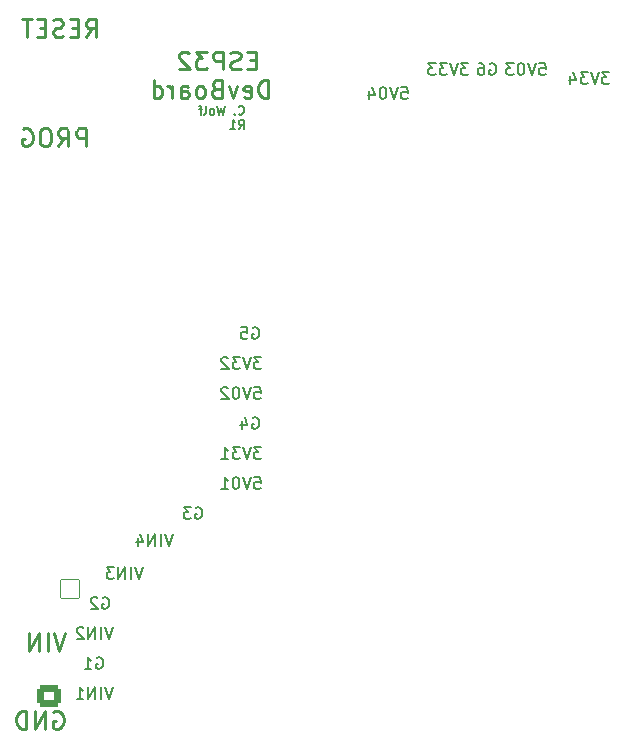
<source format=gbr>
%TF.GenerationSoftware,KiCad,Pcbnew,(6.0.1)*%
%TF.CreationDate,2023-01-01T21:05:58-08:00*%
%TF.ProjectId,ESP32 Protoboard - Small R1,45535033-3220-4507-926f-746f626f6172,rev?*%
%TF.SameCoordinates,Original*%
%TF.FileFunction,Legend,Bot*%
%TF.FilePolarity,Positive*%
%FSLAX46Y46*%
G04 Gerber Fmt 4.6, Leading zero omitted, Abs format (unit mm)*
G04 Created by KiCad (PCBNEW (6.0.1)) date 2023-01-01 21:05:58*
%MOMM*%
%LPD*%
G01*
G04 APERTURE LIST*
G04 Aperture macros list*
%AMRoundRect*
0 Rectangle with rounded corners*
0 $1 Rounding radius*
0 $2 $3 $4 $5 $6 $7 $8 $9 X,Y pos of 4 corners*
0 Add a 4 corners polygon primitive as box body*
4,1,4,$2,$3,$4,$5,$6,$7,$8,$9,$2,$3,0*
0 Add four circle primitives for the rounded corners*
1,1,$1+$1,$2,$3*
1,1,$1+$1,$4,$5*
1,1,$1+$1,$6,$7*
1,1,$1+$1,$8,$9*
0 Add four rect primitives between the rounded corners*
20,1,$1+$1,$2,$3,$4,$5,0*
20,1,$1+$1,$4,$5,$6,$7,0*
20,1,$1+$1,$6,$7,$8,$9,0*
20,1,$1+$1,$8,$9,$2,$3,0*%
G04 Aperture macros list end*
%ADD10C,0.150000*%
%ADD11C,0.250000*%
%ADD12C,0.900000*%
%ADD13C,5.100000*%
%ADD14RoundRect,0.050000X0.800000X0.800000X-0.800000X0.800000X-0.800000X-0.800000X0.800000X-0.800000X0*%
%ADD15C,1.700000*%
%ADD16C,1.100000*%
%ADD17C,1.300000*%
%ADD18RoundRect,0.300000X0.750000X-0.600000X0.750000X0.600000X-0.750000X0.600000X-0.750000X-0.600000X0*%
%ADD19O,2.100000X1.800000*%
%ADD20RoundRect,0.300000X0.725000X-0.600000X0.725000X0.600000X-0.725000X0.600000X-0.725000X-0.600000X0*%
%ADD21O,2.050000X1.800000*%
%ADD22C,1.600000*%
%ADD23C,2.100000*%
%ADD24RoundRect,0.050000X0.850000X-0.850000X0.850000X0.850000X-0.850000X0.850000X-0.850000X-0.850000X0*%
%ADD25O,1.800000X1.800000*%
%ADD26C,1.900000*%
G04 APERTURE END LIST*
D10*
X19361357Y-16936107D02*
X19397071Y-16971821D01*
X19504214Y-17007535D01*
X19575642Y-17007535D01*
X19682785Y-16971821D01*
X19754214Y-16900392D01*
X19789928Y-16828964D01*
X19825642Y-16686107D01*
X19825642Y-16578964D01*
X19789928Y-16436107D01*
X19754214Y-16364678D01*
X19682785Y-16293250D01*
X19575642Y-16257535D01*
X19504214Y-16257535D01*
X19397071Y-16293250D01*
X19361357Y-16328964D01*
X19039928Y-16936107D02*
X19004214Y-16971821D01*
X19039928Y-17007535D01*
X19075642Y-16971821D01*
X19039928Y-16936107D01*
X19039928Y-17007535D01*
X18182785Y-16257535D02*
X18004214Y-17007535D01*
X17861357Y-16471821D01*
X17718500Y-17007535D01*
X17539928Y-16257535D01*
X17147071Y-17007535D02*
X17218500Y-16971821D01*
X17254214Y-16936107D01*
X17289928Y-16864678D01*
X17289928Y-16650392D01*
X17254214Y-16578964D01*
X17218500Y-16543250D01*
X17147071Y-16507535D01*
X17039928Y-16507535D01*
X16968500Y-16543250D01*
X16932785Y-16578964D01*
X16897071Y-16650392D01*
X16897071Y-16864678D01*
X16932785Y-16936107D01*
X16968500Y-16971821D01*
X17039928Y-17007535D01*
X17147071Y-17007535D01*
X16468500Y-17007535D02*
X16539928Y-16971821D01*
X16575642Y-16900392D01*
X16575642Y-16257535D01*
X16289928Y-16507535D02*
X16004214Y-16507535D01*
X16182785Y-17007535D02*
X16182785Y-16364678D01*
X16147071Y-16293250D01*
X16075642Y-16257535D01*
X16004214Y-16257535D01*
X19361357Y-18215035D02*
X19611357Y-17857892D01*
X19789928Y-18215035D02*
X19789928Y-17465035D01*
X19504214Y-17465035D01*
X19432785Y-17500750D01*
X19397071Y-17536464D01*
X19361357Y-17607892D01*
X19361357Y-17715035D01*
X19397071Y-17786464D01*
X19432785Y-17822178D01*
X19504214Y-17857892D01*
X19789928Y-17857892D01*
X18647071Y-18215035D02*
X19075642Y-18215035D01*
X18861357Y-18215035D02*
X18861357Y-17465035D01*
X18932785Y-17572178D01*
X19004214Y-17643607D01*
X19075642Y-17679321D01*
D11*
X20803714Y-12401357D02*
X20303714Y-12401357D01*
X20089428Y-13187071D02*
X20803714Y-13187071D01*
X20803714Y-11687071D01*
X20089428Y-11687071D01*
X19518000Y-13115642D02*
X19303714Y-13187071D01*
X18946571Y-13187071D01*
X18803714Y-13115642D01*
X18732285Y-13044214D01*
X18660857Y-12901357D01*
X18660857Y-12758500D01*
X18732285Y-12615642D01*
X18803714Y-12544214D01*
X18946571Y-12472785D01*
X19232285Y-12401357D01*
X19375142Y-12329928D01*
X19446571Y-12258500D01*
X19518000Y-12115642D01*
X19518000Y-11972785D01*
X19446571Y-11829928D01*
X19375142Y-11758500D01*
X19232285Y-11687071D01*
X18875142Y-11687071D01*
X18660857Y-11758500D01*
X18018000Y-13187071D02*
X18018000Y-11687071D01*
X17446571Y-11687071D01*
X17303714Y-11758500D01*
X17232285Y-11829928D01*
X17160857Y-11972785D01*
X17160857Y-12187071D01*
X17232285Y-12329928D01*
X17303714Y-12401357D01*
X17446571Y-12472785D01*
X18018000Y-12472785D01*
X16660857Y-11687071D02*
X15732285Y-11687071D01*
X16232285Y-12258500D01*
X16018000Y-12258500D01*
X15875142Y-12329928D01*
X15803714Y-12401357D01*
X15732285Y-12544214D01*
X15732285Y-12901357D01*
X15803714Y-13044214D01*
X15875142Y-13115642D01*
X16018000Y-13187071D01*
X16446571Y-13187071D01*
X16589428Y-13115642D01*
X16660857Y-13044214D01*
X15160857Y-11829928D02*
X15089428Y-11758500D01*
X14946571Y-11687071D01*
X14589428Y-11687071D01*
X14446571Y-11758500D01*
X14375142Y-11829928D01*
X14303714Y-11972785D01*
X14303714Y-12115642D01*
X14375142Y-12329928D01*
X15232285Y-13187071D01*
X14303714Y-13187071D01*
X21875142Y-15602071D02*
X21875142Y-14102071D01*
X21518000Y-14102071D01*
X21303714Y-14173500D01*
X21160857Y-14316357D01*
X21089428Y-14459214D01*
X21018000Y-14744928D01*
X21018000Y-14959214D01*
X21089428Y-15244928D01*
X21160857Y-15387785D01*
X21303714Y-15530642D01*
X21518000Y-15602071D01*
X21875142Y-15602071D01*
X19803714Y-15530642D02*
X19946571Y-15602071D01*
X20232285Y-15602071D01*
X20375142Y-15530642D01*
X20446571Y-15387785D01*
X20446571Y-14816357D01*
X20375142Y-14673500D01*
X20232285Y-14602071D01*
X19946571Y-14602071D01*
X19803714Y-14673500D01*
X19732285Y-14816357D01*
X19732285Y-14959214D01*
X20446571Y-15102071D01*
X19232285Y-14602071D02*
X18875142Y-15602071D01*
X18518000Y-14602071D01*
X17446571Y-14816357D02*
X17232285Y-14887785D01*
X17160857Y-14959214D01*
X17089428Y-15102071D01*
X17089428Y-15316357D01*
X17160857Y-15459214D01*
X17232285Y-15530642D01*
X17375142Y-15602071D01*
X17946571Y-15602071D01*
X17946571Y-14102071D01*
X17446571Y-14102071D01*
X17303714Y-14173500D01*
X17232285Y-14244928D01*
X17160857Y-14387785D01*
X17160857Y-14530642D01*
X17232285Y-14673500D01*
X17303714Y-14744928D01*
X17446571Y-14816357D01*
X17946571Y-14816357D01*
X16232285Y-15602071D02*
X16375142Y-15530642D01*
X16446571Y-15459214D01*
X16518000Y-15316357D01*
X16518000Y-14887785D01*
X16446571Y-14744928D01*
X16375142Y-14673500D01*
X16232285Y-14602071D01*
X16018000Y-14602071D01*
X15875142Y-14673500D01*
X15803714Y-14744928D01*
X15732285Y-14887785D01*
X15732285Y-15316357D01*
X15803714Y-15459214D01*
X15875142Y-15530642D01*
X16018000Y-15602071D01*
X16232285Y-15602071D01*
X14446571Y-15602071D02*
X14446571Y-14816357D01*
X14518000Y-14673500D01*
X14660857Y-14602071D01*
X14946571Y-14602071D01*
X15089428Y-14673500D01*
X14446571Y-15530642D02*
X14589428Y-15602071D01*
X14946571Y-15602071D01*
X15089428Y-15530642D01*
X15160857Y-15387785D01*
X15160857Y-15244928D01*
X15089428Y-15102071D01*
X14946571Y-15030642D01*
X14589428Y-15030642D01*
X14446571Y-14959214D01*
X13732285Y-15602071D02*
X13732285Y-14602071D01*
X13732285Y-14887785D02*
X13660857Y-14744928D01*
X13589428Y-14673500D01*
X13446571Y-14602071D01*
X13303714Y-14602071D01*
X12160857Y-15602071D02*
X12160857Y-14102071D01*
X12160857Y-15530642D02*
X12303714Y-15602071D01*
X12589428Y-15602071D01*
X12732285Y-15530642D01*
X12803714Y-15459214D01*
X12875142Y-15316357D01*
X12875142Y-14887785D01*
X12803714Y-14744928D01*
X12732285Y-14673500D01*
X12589428Y-14602071D01*
X12303714Y-14602071D01*
X12160857Y-14673500D01*
X6428571Y-10428571D02*
X6928571Y-9714285D01*
X7285714Y-10428571D02*
X7285714Y-8928571D01*
X6714285Y-8928571D01*
X6571428Y-9000000D01*
X6500000Y-9071428D01*
X6428571Y-9214285D01*
X6428571Y-9428571D01*
X6500000Y-9571428D01*
X6571428Y-9642857D01*
X6714285Y-9714285D01*
X7285714Y-9714285D01*
X5785714Y-9642857D02*
X5285714Y-9642857D01*
X5071428Y-10428571D02*
X5785714Y-10428571D01*
X5785714Y-8928571D01*
X5071428Y-8928571D01*
X4500000Y-10357142D02*
X4285714Y-10428571D01*
X3928571Y-10428571D01*
X3785714Y-10357142D01*
X3714285Y-10285714D01*
X3642857Y-10142857D01*
X3642857Y-10000000D01*
X3714285Y-9857142D01*
X3785714Y-9785714D01*
X3928571Y-9714285D01*
X4214285Y-9642857D01*
X4357142Y-9571428D01*
X4428571Y-9500000D01*
X4500000Y-9357142D01*
X4500000Y-9214285D01*
X4428571Y-9071428D01*
X4357142Y-9000000D01*
X4214285Y-8928571D01*
X3857142Y-8928571D01*
X3642857Y-9000000D01*
X3000000Y-9642857D02*
X2500000Y-9642857D01*
X2285714Y-10428571D02*
X3000000Y-10428571D01*
X3000000Y-8928571D01*
X2285714Y-8928571D01*
X1857142Y-8928571D02*
X1000000Y-8928571D01*
X1428571Y-10428571D02*
X1428571Y-8928571D01*
X6428571Y-19678571D02*
X6428571Y-18178571D01*
X5857142Y-18178571D01*
X5714285Y-18250000D01*
X5642857Y-18321428D01*
X5571428Y-18464285D01*
X5571428Y-18678571D01*
X5642857Y-18821428D01*
X5714285Y-18892857D01*
X5857142Y-18964285D01*
X6428571Y-18964285D01*
X4071428Y-19678571D02*
X4571428Y-18964285D01*
X4928571Y-19678571D02*
X4928571Y-18178571D01*
X4357142Y-18178571D01*
X4214285Y-18250000D01*
X4142857Y-18321428D01*
X4071428Y-18464285D01*
X4071428Y-18678571D01*
X4142857Y-18821428D01*
X4214285Y-18892857D01*
X4357142Y-18964285D01*
X4928571Y-18964285D01*
X3142857Y-18178571D02*
X2857142Y-18178571D01*
X2714285Y-18250000D01*
X2571428Y-18392857D01*
X2500000Y-18678571D01*
X2500000Y-19178571D01*
X2571428Y-19464285D01*
X2714285Y-19607142D01*
X2857142Y-19678571D01*
X3142857Y-19678571D01*
X3285714Y-19607142D01*
X3428571Y-19464285D01*
X3500000Y-19178571D01*
X3500000Y-18678571D01*
X3428571Y-18392857D01*
X3285714Y-18250000D01*
X3142857Y-18178571D01*
X1071428Y-18250000D02*
X1214285Y-18178571D01*
X1428571Y-18178571D01*
X1642857Y-18250000D01*
X1785714Y-18392857D01*
X1857142Y-18535714D01*
X1928571Y-18821428D01*
X1928571Y-19035714D01*
X1857142Y-19321428D01*
X1785714Y-19464285D01*
X1642857Y-19607142D01*
X1428571Y-19678571D01*
X1285714Y-19678571D01*
X1071428Y-19607142D01*
X1000000Y-19535714D01*
X1000000Y-19035714D01*
X1285714Y-19035714D01*
X3682857Y-67576000D02*
X3825714Y-67504571D01*
X4040000Y-67504571D01*
X4254285Y-67576000D01*
X4397142Y-67718857D01*
X4468571Y-67861714D01*
X4540000Y-68147428D01*
X4540000Y-68361714D01*
X4468571Y-68647428D01*
X4397142Y-68790285D01*
X4254285Y-68933142D01*
X4040000Y-69004571D01*
X3897142Y-69004571D01*
X3682857Y-68933142D01*
X3611428Y-68861714D01*
X3611428Y-68361714D01*
X3897142Y-68361714D01*
X2968571Y-69004571D02*
X2968571Y-67504571D01*
X2111428Y-69004571D01*
X2111428Y-67504571D01*
X1397142Y-69004571D02*
X1397142Y-67504571D01*
X1040000Y-67504571D01*
X825714Y-67576000D01*
X682857Y-67718857D01*
X611428Y-67861714D01*
X540000Y-68147428D01*
X540000Y-68361714D01*
X611428Y-68647428D01*
X682857Y-68790285D01*
X825714Y-68933142D01*
X1040000Y-69004571D01*
X1397142Y-69004571D01*
X4690857Y-60900571D02*
X4190857Y-62400571D01*
X3690857Y-60900571D01*
X3190857Y-62400571D02*
X3190857Y-60900571D01*
X2476571Y-62400571D02*
X2476571Y-60900571D01*
X1619428Y-62400571D01*
X1619428Y-60900571D01*
D10*
%TO.C,VIN1*%
X8683428Y-65492380D02*
X8350095Y-66492380D01*
X8016761Y-65492380D01*
X7683428Y-66492380D02*
X7683428Y-65492380D01*
X7207238Y-66492380D02*
X7207238Y-65492380D01*
X6635809Y-66492380D01*
X6635809Y-65492380D01*
X5635809Y-66492380D02*
X6207238Y-66492380D01*
X5921523Y-66492380D02*
X5921523Y-65492380D01*
X6016761Y-65635238D01*
X6112000Y-65730476D01*
X6207238Y-65778095D01*
%TO.C,VIN4*%
X13763428Y-52538380D02*
X13430095Y-53538380D01*
X13096761Y-52538380D01*
X12763428Y-53538380D02*
X12763428Y-52538380D01*
X12287238Y-53538380D02*
X12287238Y-52538380D01*
X11715809Y-53538380D01*
X11715809Y-52538380D01*
X10811047Y-52871714D02*
X10811047Y-53538380D01*
X11049142Y-52490761D02*
X11287238Y-53205047D01*
X10668190Y-53205047D01*
%TO.C,VIN2*%
X8683428Y-60412380D02*
X8350095Y-61412380D01*
X8016761Y-60412380D01*
X7683428Y-61412380D02*
X7683428Y-60412380D01*
X7207238Y-61412380D02*
X7207238Y-60412380D01*
X6635809Y-61412380D01*
X6635809Y-60412380D01*
X6207238Y-60507619D02*
X6159619Y-60460000D01*
X6064380Y-60412380D01*
X5826285Y-60412380D01*
X5731047Y-60460000D01*
X5683428Y-60507619D01*
X5635809Y-60602857D01*
X5635809Y-60698095D01*
X5683428Y-60840952D01*
X6254857Y-61412380D01*
X5635809Y-61412380D01*
%TO.C,5V03*%
X44830857Y-12660380D02*
X45307047Y-12660380D01*
X45354666Y-13136571D01*
X45307047Y-13088952D01*
X45211809Y-13041333D01*
X44973714Y-13041333D01*
X44878476Y-13088952D01*
X44830857Y-13136571D01*
X44783238Y-13231809D01*
X44783238Y-13469904D01*
X44830857Y-13565142D01*
X44878476Y-13612761D01*
X44973714Y-13660380D01*
X45211809Y-13660380D01*
X45307047Y-13612761D01*
X45354666Y-13565142D01*
X44497523Y-12660380D02*
X44164190Y-13660380D01*
X43830857Y-12660380D01*
X43307047Y-12660380D02*
X43211809Y-12660380D01*
X43116571Y-12708000D01*
X43068952Y-12755619D01*
X43021333Y-12850857D01*
X42973714Y-13041333D01*
X42973714Y-13279428D01*
X43021333Y-13469904D01*
X43068952Y-13565142D01*
X43116571Y-13612761D01*
X43211809Y-13660380D01*
X43307047Y-13660380D01*
X43402285Y-13612761D01*
X43449904Y-13565142D01*
X43497523Y-13469904D01*
X43545142Y-13279428D01*
X43545142Y-13041333D01*
X43497523Y-12850857D01*
X43449904Y-12755619D01*
X43402285Y-12708000D01*
X43307047Y-12660380D01*
X42640380Y-12660380D02*
X42021333Y-12660380D01*
X42354666Y-13041333D01*
X42211809Y-13041333D01*
X42116571Y-13088952D01*
X42068952Y-13136571D01*
X42021333Y-13231809D01*
X42021333Y-13469904D01*
X42068952Y-13565142D01*
X42116571Y-13612761D01*
X42211809Y-13660380D01*
X42497523Y-13660380D01*
X42592761Y-13612761D01*
X42640380Y-13565142D01*
%TO.C,5V04*%
X33146857Y-14692380D02*
X33623047Y-14692380D01*
X33670666Y-15168571D01*
X33623047Y-15120952D01*
X33527809Y-15073333D01*
X33289714Y-15073333D01*
X33194476Y-15120952D01*
X33146857Y-15168571D01*
X33099238Y-15263809D01*
X33099238Y-15501904D01*
X33146857Y-15597142D01*
X33194476Y-15644761D01*
X33289714Y-15692380D01*
X33527809Y-15692380D01*
X33623047Y-15644761D01*
X33670666Y-15597142D01*
X32813523Y-14692380D02*
X32480190Y-15692380D01*
X32146857Y-14692380D01*
X31623047Y-14692380D02*
X31527809Y-14692380D01*
X31432571Y-14740000D01*
X31384952Y-14787619D01*
X31337333Y-14882857D01*
X31289714Y-15073333D01*
X31289714Y-15311428D01*
X31337333Y-15501904D01*
X31384952Y-15597142D01*
X31432571Y-15644761D01*
X31527809Y-15692380D01*
X31623047Y-15692380D01*
X31718285Y-15644761D01*
X31765904Y-15597142D01*
X31813523Y-15501904D01*
X31861142Y-15311428D01*
X31861142Y-15073333D01*
X31813523Y-14882857D01*
X31765904Y-14787619D01*
X31718285Y-14740000D01*
X31623047Y-14692380D01*
X30432571Y-15025714D02*
X30432571Y-15692380D01*
X30670666Y-14644761D02*
X30908761Y-15359047D01*
X30289714Y-15359047D01*
%TO.C,3V34*%
X50736285Y-13422380D02*
X50117238Y-13422380D01*
X50450571Y-13803333D01*
X50307714Y-13803333D01*
X50212476Y-13850952D01*
X50164857Y-13898571D01*
X50117238Y-13993809D01*
X50117238Y-14231904D01*
X50164857Y-14327142D01*
X50212476Y-14374761D01*
X50307714Y-14422380D01*
X50593428Y-14422380D01*
X50688666Y-14374761D01*
X50736285Y-14327142D01*
X49831523Y-13422380D02*
X49498190Y-14422380D01*
X49164857Y-13422380D01*
X48926761Y-13422380D02*
X48307714Y-13422380D01*
X48641047Y-13803333D01*
X48498190Y-13803333D01*
X48402952Y-13850952D01*
X48355333Y-13898571D01*
X48307714Y-13993809D01*
X48307714Y-14231904D01*
X48355333Y-14327142D01*
X48402952Y-14374761D01*
X48498190Y-14422380D01*
X48783904Y-14422380D01*
X48879142Y-14374761D01*
X48926761Y-14327142D01*
X47450571Y-13755714D02*
X47450571Y-14422380D01*
X47688666Y-13374761D02*
X47926761Y-14089047D01*
X47307714Y-14089047D01*
%TO.C,5V02*%
X20700857Y-40092380D02*
X21177047Y-40092380D01*
X21224666Y-40568571D01*
X21177047Y-40520952D01*
X21081809Y-40473333D01*
X20843714Y-40473333D01*
X20748476Y-40520952D01*
X20700857Y-40568571D01*
X20653238Y-40663809D01*
X20653238Y-40901904D01*
X20700857Y-40997142D01*
X20748476Y-41044761D01*
X20843714Y-41092380D01*
X21081809Y-41092380D01*
X21177047Y-41044761D01*
X21224666Y-40997142D01*
X20367523Y-40092380D02*
X20034190Y-41092380D01*
X19700857Y-40092380D01*
X19177047Y-40092380D02*
X19081809Y-40092380D01*
X18986571Y-40140000D01*
X18938952Y-40187619D01*
X18891333Y-40282857D01*
X18843714Y-40473333D01*
X18843714Y-40711428D01*
X18891333Y-40901904D01*
X18938952Y-40997142D01*
X18986571Y-41044761D01*
X19081809Y-41092380D01*
X19177047Y-41092380D01*
X19272285Y-41044761D01*
X19319904Y-40997142D01*
X19367523Y-40901904D01*
X19415142Y-40711428D01*
X19415142Y-40473333D01*
X19367523Y-40282857D01*
X19319904Y-40187619D01*
X19272285Y-40140000D01*
X19177047Y-40092380D01*
X18462761Y-40187619D02*
X18415142Y-40140000D01*
X18319904Y-40092380D01*
X18081809Y-40092380D01*
X17986571Y-40140000D01*
X17938952Y-40187619D01*
X17891333Y-40282857D01*
X17891333Y-40378095D01*
X17938952Y-40520952D01*
X18510380Y-41092380D01*
X17891333Y-41092380D01*
%TO.C,G3*%
X15708285Y-50300000D02*
X15803523Y-50252380D01*
X15946380Y-50252380D01*
X16089238Y-50300000D01*
X16184476Y-50395238D01*
X16232095Y-50490476D01*
X16279714Y-50680952D01*
X16279714Y-50823809D01*
X16232095Y-51014285D01*
X16184476Y-51109523D01*
X16089238Y-51204761D01*
X15946380Y-51252380D01*
X15851142Y-51252380D01*
X15708285Y-51204761D01*
X15660666Y-51157142D01*
X15660666Y-50823809D01*
X15851142Y-50823809D01*
X15327333Y-50252380D02*
X14708285Y-50252380D01*
X15041619Y-50633333D01*
X14898761Y-50633333D01*
X14803523Y-50680952D01*
X14755904Y-50728571D01*
X14708285Y-50823809D01*
X14708285Y-51061904D01*
X14755904Y-51157142D01*
X14803523Y-51204761D01*
X14898761Y-51252380D01*
X15184476Y-51252380D01*
X15279714Y-51204761D01*
X15327333Y-51157142D01*
%TO.C,G5*%
X20534285Y-35060000D02*
X20629523Y-35012380D01*
X20772380Y-35012380D01*
X20915238Y-35060000D01*
X21010476Y-35155238D01*
X21058095Y-35250476D01*
X21105714Y-35440952D01*
X21105714Y-35583809D01*
X21058095Y-35774285D01*
X21010476Y-35869523D01*
X20915238Y-35964761D01*
X20772380Y-36012380D01*
X20677142Y-36012380D01*
X20534285Y-35964761D01*
X20486666Y-35917142D01*
X20486666Y-35583809D01*
X20677142Y-35583809D01*
X19581904Y-35012380D02*
X20058095Y-35012380D01*
X20105714Y-35488571D01*
X20058095Y-35440952D01*
X19962857Y-35393333D01*
X19724761Y-35393333D01*
X19629523Y-35440952D01*
X19581904Y-35488571D01*
X19534285Y-35583809D01*
X19534285Y-35821904D01*
X19581904Y-35917142D01*
X19629523Y-35964761D01*
X19724761Y-36012380D01*
X19962857Y-36012380D01*
X20058095Y-35964761D01*
X20105714Y-35917142D01*
%TO.C,G4*%
X20534285Y-42680000D02*
X20629523Y-42632380D01*
X20772380Y-42632380D01*
X20915238Y-42680000D01*
X21010476Y-42775238D01*
X21058095Y-42870476D01*
X21105714Y-43060952D01*
X21105714Y-43203809D01*
X21058095Y-43394285D01*
X21010476Y-43489523D01*
X20915238Y-43584761D01*
X20772380Y-43632380D01*
X20677142Y-43632380D01*
X20534285Y-43584761D01*
X20486666Y-43537142D01*
X20486666Y-43203809D01*
X20677142Y-43203809D01*
X19629523Y-42965714D02*
X19629523Y-43632380D01*
X19867619Y-42584761D02*
X20105714Y-43299047D01*
X19486666Y-43299047D01*
%TO.C,VIN3*%
X11223428Y-55332380D02*
X10890095Y-56332380D01*
X10556761Y-55332380D01*
X10223428Y-56332380D02*
X10223428Y-55332380D01*
X9747238Y-56332380D02*
X9747238Y-55332380D01*
X9175809Y-56332380D01*
X9175809Y-55332380D01*
X8794857Y-55332380D02*
X8175809Y-55332380D01*
X8509142Y-55713333D01*
X8366285Y-55713333D01*
X8271047Y-55760952D01*
X8223428Y-55808571D01*
X8175809Y-55903809D01*
X8175809Y-56141904D01*
X8223428Y-56237142D01*
X8271047Y-56284761D01*
X8366285Y-56332380D01*
X8652000Y-56332380D01*
X8747238Y-56284761D01*
X8794857Y-56237142D01*
%TO.C,G1*%
X7326285Y-63000000D02*
X7421523Y-62952380D01*
X7564380Y-62952380D01*
X7707238Y-63000000D01*
X7802476Y-63095238D01*
X7850095Y-63190476D01*
X7897714Y-63380952D01*
X7897714Y-63523809D01*
X7850095Y-63714285D01*
X7802476Y-63809523D01*
X7707238Y-63904761D01*
X7564380Y-63952380D01*
X7469142Y-63952380D01*
X7326285Y-63904761D01*
X7278666Y-63857142D01*
X7278666Y-63523809D01*
X7469142Y-63523809D01*
X6326285Y-63952380D02*
X6897714Y-63952380D01*
X6612000Y-63952380D02*
X6612000Y-62952380D01*
X6707238Y-63095238D01*
X6802476Y-63190476D01*
X6897714Y-63238095D01*
%TO.C,3V32*%
X21272285Y-37552380D02*
X20653238Y-37552380D01*
X20986571Y-37933333D01*
X20843714Y-37933333D01*
X20748476Y-37980952D01*
X20700857Y-38028571D01*
X20653238Y-38123809D01*
X20653238Y-38361904D01*
X20700857Y-38457142D01*
X20748476Y-38504761D01*
X20843714Y-38552380D01*
X21129428Y-38552380D01*
X21224666Y-38504761D01*
X21272285Y-38457142D01*
X20367523Y-37552380D02*
X20034190Y-38552380D01*
X19700857Y-37552380D01*
X19462761Y-37552380D02*
X18843714Y-37552380D01*
X19177047Y-37933333D01*
X19034190Y-37933333D01*
X18938952Y-37980952D01*
X18891333Y-38028571D01*
X18843714Y-38123809D01*
X18843714Y-38361904D01*
X18891333Y-38457142D01*
X18938952Y-38504761D01*
X19034190Y-38552380D01*
X19319904Y-38552380D01*
X19415142Y-38504761D01*
X19462761Y-38457142D01*
X18462761Y-37647619D02*
X18415142Y-37600000D01*
X18319904Y-37552380D01*
X18081809Y-37552380D01*
X17986571Y-37600000D01*
X17938952Y-37647619D01*
X17891333Y-37742857D01*
X17891333Y-37838095D01*
X17938952Y-37980952D01*
X18510380Y-38552380D01*
X17891333Y-38552380D01*
%TO.C,G6*%
X40600285Y-12708000D02*
X40695523Y-12660380D01*
X40838380Y-12660380D01*
X40981238Y-12708000D01*
X41076476Y-12803238D01*
X41124095Y-12898476D01*
X41171714Y-13088952D01*
X41171714Y-13231809D01*
X41124095Y-13422285D01*
X41076476Y-13517523D01*
X40981238Y-13612761D01*
X40838380Y-13660380D01*
X40743142Y-13660380D01*
X40600285Y-13612761D01*
X40552666Y-13565142D01*
X40552666Y-13231809D01*
X40743142Y-13231809D01*
X39695523Y-12660380D02*
X39886000Y-12660380D01*
X39981238Y-12708000D01*
X40028857Y-12755619D01*
X40124095Y-12898476D01*
X40171714Y-13088952D01*
X40171714Y-13469904D01*
X40124095Y-13565142D01*
X40076476Y-13612761D01*
X39981238Y-13660380D01*
X39790761Y-13660380D01*
X39695523Y-13612761D01*
X39647904Y-13565142D01*
X39600285Y-13469904D01*
X39600285Y-13231809D01*
X39647904Y-13136571D01*
X39695523Y-13088952D01*
X39790761Y-13041333D01*
X39981238Y-13041333D01*
X40076476Y-13088952D01*
X40124095Y-13136571D01*
X40171714Y-13231809D01*
%TO.C,G2*%
X7834285Y-57920000D02*
X7929523Y-57872380D01*
X8072380Y-57872380D01*
X8215238Y-57920000D01*
X8310476Y-58015238D01*
X8358095Y-58110476D01*
X8405714Y-58300952D01*
X8405714Y-58443809D01*
X8358095Y-58634285D01*
X8310476Y-58729523D01*
X8215238Y-58824761D01*
X8072380Y-58872380D01*
X7977142Y-58872380D01*
X7834285Y-58824761D01*
X7786666Y-58777142D01*
X7786666Y-58443809D01*
X7977142Y-58443809D01*
X7405714Y-57967619D02*
X7358095Y-57920000D01*
X7262857Y-57872380D01*
X7024761Y-57872380D01*
X6929523Y-57920000D01*
X6881904Y-57967619D01*
X6834285Y-58062857D01*
X6834285Y-58158095D01*
X6881904Y-58300952D01*
X7453333Y-58872380D01*
X6834285Y-58872380D01*
%TO.C,3V31*%
X21272285Y-45172380D02*
X20653238Y-45172380D01*
X20986571Y-45553333D01*
X20843714Y-45553333D01*
X20748476Y-45600952D01*
X20700857Y-45648571D01*
X20653238Y-45743809D01*
X20653238Y-45981904D01*
X20700857Y-46077142D01*
X20748476Y-46124761D01*
X20843714Y-46172380D01*
X21129428Y-46172380D01*
X21224666Y-46124761D01*
X21272285Y-46077142D01*
X20367523Y-45172380D02*
X20034190Y-46172380D01*
X19700857Y-45172380D01*
X19462761Y-45172380D02*
X18843714Y-45172380D01*
X19177047Y-45553333D01*
X19034190Y-45553333D01*
X18938952Y-45600952D01*
X18891333Y-45648571D01*
X18843714Y-45743809D01*
X18843714Y-45981904D01*
X18891333Y-46077142D01*
X18938952Y-46124761D01*
X19034190Y-46172380D01*
X19319904Y-46172380D01*
X19415142Y-46124761D01*
X19462761Y-46077142D01*
X17891333Y-46172380D02*
X18462761Y-46172380D01*
X18177047Y-46172380D02*
X18177047Y-45172380D01*
X18272285Y-45315238D01*
X18367523Y-45410476D01*
X18462761Y-45458095D01*
%TO.C,3V33*%
X38798285Y-12660380D02*
X38179238Y-12660380D01*
X38512571Y-13041333D01*
X38369714Y-13041333D01*
X38274476Y-13088952D01*
X38226857Y-13136571D01*
X38179238Y-13231809D01*
X38179238Y-13469904D01*
X38226857Y-13565142D01*
X38274476Y-13612761D01*
X38369714Y-13660380D01*
X38655428Y-13660380D01*
X38750666Y-13612761D01*
X38798285Y-13565142D01*
X37893523Y-12660380D02*
X37560190Y-13660380D01*
X37226857Y-12660380D01*
X36988761Y-12660380D02*
X36369714Y-12660380D01*
X36703047Y-13041333D01*
X36560190Y-13041333D01*
X36464952Y-13088952D01*
X36417333Y-13136571D01*
X36369714Y-13231809D01*
X36369714Y-13469904D01*
X36417333Y-13565142D01*
X36464952Y-13612761D01*
X36560190Y-13660380D01*
X36845904Y-13660380D01*
X36941142Y-13612761D01*
X36988761Y-13565142D01*
X36036380Y-12660380D02*
X35417333Y-12660380D01*
X35750666Y-13041333D01*
X35607809Y-13041333D01*
X35512571Y-13088952D01*
X35464952Y-13136571D01*
X35417333Y-13231809D01*
X35417333Y-13469904D01*
X35464952Y-13565142D01*
X35512571Y-13612761D01*
X35607809Y-13660380D01*
X35893523Y-13660380D01*
X35988761Y-13612761D01*
X36036380Y-13565142D01*
%TO.C,5V01*%
X20700857Y-47712380D02*
X21177047Y-47712380D01*
X21224666Y-48188571D01*
X21177047Y-48140952D01*
X21081809Y-48093333D01*
X20843714Y-48093333D01*
X20748476Y-48140952D01*
X20700857Y-48188571D01*
X20653238Y-48283809D01*
X20653238Y-48521904D01*
X20700857Y-48617142D01*
X20748476Y-48664761D01*
X20843714Y-48712380D01*
X21081809Y-48712380D01*
X21177047Y-48664761D01*
X21224666Y-48617142D01*
X20367523Y-47712380D02*
X20034190Y-48712380D01*
X19700857Y-47712380D01*
X19177047Y-47712380D02*
X19081809Y-47712380D01*
X18986571Y-47760000D01*
X18938952Y-47807619D01*
X18891333Y-47902857D01*
X18843714Y-48093333D01*
X18843714Y-48331428D01*
X18891333Y-48521904D01*
X18938952Y-48617142D01*
X18986571Y-48664761D01*
X19081809Y-48712380D01*
X19177047Y-48712380D01*
X19272285Y-48664761D01*
X19319904Y-48617142D01*
X19367523Y-48521904D01*
X19415142Y-48331428D01*
X19415142Y-48093333D01*
X19367523Y-47902857D01*
X19319904Y-47807619D01*
X19272285Y-47760000D01*
X19177047Y-47712380D01*
X17891333Y-48712380D02*
X18462761Y-48712380D01*
X18177047Y-48712380D02*
X18177047Y-47712380D01*
X18272285Y-47855238D01*
X18367523Y-47950476D01*
X18462761Y-47998095D01*
%TD*%
%LPC*%
D12*
%TO.C,H4*%
X55674175Y-73325825D03*
X55125000Y-72000000D03*
X55674175Y-70674175D03*
D13*
X57000000Y-72000000D03*
D12*
X58875000Y-72000000D03*
X58325825Y-73325825D03*
X58325825Y-70674175D03*
X57000000Y-70125000D03*
X57000000Y-73875000D03*
%TD*%
%TO.C,H3*%
X57000000Y-1125000D03*
X55674175Y-4325825D03*
D13*
X57000000Y-3000000D03*
D12*
X58325825Y-4325825D03*
X57000000Y-4875000D03*
X55674175Y-1674175D03*
X55125000Y-3000000D03*
X58325825Y-1674175D03*
X58875000Y-3000000D03*
%TD*%
D14*
%TO.C,C1*%
X5080000Y-57150000D03*
D15*
X2580000Y-57150000D03*
%TD*%
D12*
%TO.C,H2*%
X3000000Y-70125000D03*
D13*
X3000000Y-72000000D03*
D12*
X3000000Y-73875000D03*
X4875000Y-72000000D03*
X4325825Y-70674175D03*
X1125000Y-72000000D03*
X1674175Y-73325825D03*
X4325825Y-73325825D03*
X1674175Y-70674175D03*
%TD*%
%TO.C,H1*%
X4325825Y-4325825D03*
X3000000Y-1125000D03*
X4325825Y-1674175D03*
X1674175Y-1674175D03*
D13*
X3000000Y-3000000D03*
D12*
X4875000Y-3000000D03*
X1674175Y-4325825D03*
X1125000Y-3000000D03*
X3000000Y-4875000D03*
%TD*%
D16*
%TO.C,TP1*%
X48895000Y-5715000D03*
%TD*%
%TO.C,TP2*%
X46355000Y-5715000D03*
%TD*%
%TO.C,TP3*%
X41275000Y-5715000D03*
%TD*%
%TO.C,TP4*%
X38735000Y-5715000D03*
%TD*%
D17*
%TO.C,J1*%
X5268000Y-67854000D03*
D18*
X3268000Y-66254000D03*
D19*
X3268000Y-63754000D03*
%TD*%
D17*
%TO.C,J8*%
X57990000Y-21205000D03*
D20*
X55990000Y-19605000D03*
D21*
X55990000Y-17105000D03*
X55990000Y-14605000D03*
X55990000Y-12105000D03*
X55990000Y-9605000D03*
%TD*%
D22*
%TO.C,REF\u002A\u002A*%
X55880000Y-35560000D03*
%TD*%
%TO.C,REF\u002A\u002A*%
X38067310Y-40640000D03*
%TD*%
%TO.C,REF\u002A\u002A*%
X48260000Y-73660000D03*
%TD*%
%TO.C,REF\u002A\u002A*%
X30480000Y-66040000D03*
%TD*%
%TO.C,REF\u002A\u002A*%
X30480000Y-48260000D03*
%TD*%
%TO.C,REF\u002A\u002A*%
X15240000Y-73660000D03*
%TD*%
%TO.C,REF\u002A\u002A*%
X38100000Y-45720000D03*
%TD*%
%TO.C,REF\u002A\u002A*%
X27940000Y-73660000D03*
%TD*%
%TO.C,REF\u002A\u002A*%
X33020000Y-50800000D03*
%TD*%
%TO.C,REF\u002A\u002A*%
X45720000Y-50800000D03*
%TD*%
%TO.C,REF\u002A\u002A*%
X40640000Y-48260000D03*
%TD*%
%TO.C,REF\u002A\u002A*%
X27940000Y-71120000D03*
%TD*%
%TO.C,REF\u002A\u002A*%
X50800000Y-35560000D03*
%TD*%
%TO.C,REF\u002A\u002A*%
X22860000Y-50800000D03*
%TD*%
%TO.C,REF\u002A\u002A*%
X38100000Y-68612690D03*
%TD*%
%TO.C,REF\u002A\u002A*%
X33020000Y-38100000D03*
%TD*%
%TO.C,REF\u002A\u002A*%
X15240000Y-55880000D03*
%TD*%
%TO.C,REF\u002A\u002A*%
X25400000Y-68612690D03*
%TD*%
%TO.C,REF\u002A\u002A*%
X55880000Y-68580000D03*
%TD*%
%TO.C,REF\u002A\u002A*%
X15240000Y-68612690D03*
%TD*%
D23*
%TO.C,IO21*%
X42545000Y-10795000D03*
%TD*%
D22*
%TO.C,REF\u002A\u002A*%
X20320000Y-73660000D03*
%TD*%
%TO.C,REF\u002A\u002A*%
X55880000Y-58420000D03*
%TD*%
D23*
%TO.C,IO17*%
X31750000Y-22860000D03*
%TD*%
D22*
%TO.C,REF\u002A\u002A*%
X20320000Y-71120000D03*
%TD*%
%TO.C,REF\u002A\u002A*%
X55847310Y-40640000D03*
%TD*%
%TO.C,REF\u002A\u002A*%
X30447310Y-43159141D03*
%TD*%
%TO.C,REF\u002A\u002A*%
X53307310Y-40640000D03*
%TD*%
%TO.C,REF\u002A\u002A*%
X35560000Y-33020000D03*
%TD*%
%TO.C,REF\u002A\u002A*%
X43180000Y-22860000D03*
%TD*%
%TO.C,REF\u002A\u002A*%
X43180000Y-35560000D03*
%TD*%
%TO.C,REF\u002A\u002A*%
X22860000Y-60960000D03*
%TD*%
%TO.C,REF\u002A\u002A*%
X58420000Y-38100000D03*
%TD*%
%TO.C,REF\u002A\u002A*%
X58420000Y-63500000D03*
%TD*%
%TO.C,REF\u002A\u002A*%
X32987310Y-40640000D03*
%TD*%
%TO.C,REF\u002A\u002A*%
X55880000Y-33020000D03*
%TD*%
D23*
%TO.C,IO14*%
X15875000Y-30480000D03*
%TD*%
D22*
%TO.C,REF\u002A\u002A*%
X40640000Y-22860000D03*
%TD*%
%TO.C,REF\u002A\u002A*%
X30480000Y-60960000D03*
%TD*%
%TO.C,REF\u002A\u002A*%
X27940000Y-45720000D03*
%TD*%
%TO.C,REF\u002A\u002A*%
X45720000Y-33020000D03*
%TD*%
%TO.C,REF\u002A\u002A*%
X27940000Y-38100000D03*
%TD*%
%TO.C,REF\u002A\u002A*%
X50800000Y-45720000D03*
%TD*%
%TO.C,REF\u002A\u002A*%
X22860000Y-68612690D03*
%TD*%
%TO.C,REF\u002A\u002A*%
X40640000Y-68612690D03*
%TD*%
%TO.C,REF\u002A\u002A*%
X48260000Y-20320000D03*
%TD*%
%TO.C,REF\u002A\u002A*%
X33020000Y-55880000D03*
%TD*%
%TO.C,REF\u002A\u002A*%
X20320000Y-53340000D03*
%TD*%
%TO.C,REF\u002A\u002A*%
X35560000Y-25400000D03*
%TD*%
%TO.C,REF\u002A\u002A*%
X35560000Y-48260000D03*
%TD*%
%TO.C,REF\u002A\u002A*%
X40640000Y-25400000D03*
%TD*%
%TO.C,REF\u002A\u002A*%
X53340000Y-71120000D03*
%TD*%
%TO.C,REF\u002A\u002A*%
X17780000Y-63500000D03*
%TD*%
%TO.C,REF\u002A\u002A*%
X7620000Y-71120000D03*
%TD*%
%TO.C,REF\u002A\u002A*%
X48260000Y-53340000D03*
%TD*%
%TO.C,REF\u002A\u002A*%
X35560000Y-63500000D03*
%TD*%
%TO.C,REF\u002A\u002A*%
X38100000Y-38100000D03*
%TD*%
%TO.C,REF\u002A\u002A*%
X35560000Y-73660000D03*
%TD*%
%TO.C,REF\u002A\u002A*%
X33020000Y-60960000D03*
%TD*%
%TO.C,REF\u002A\u002A*%
X35560000Y-17780000D03*
%TD*%
%TO.C,REF\u002A\u002A*%
X12700000Y-58420000D03*
%TD*%
%TO.C,REF\u002A\u002A*%
X20320000Y-58420000D03*
%TD*%
%TO.C,REF\u002A\u002A*%
X53340000Y-50800000D03*
%TD*%
%TO.C,REF\u002A\u002A*%
X27940000Y-68612690D03*
%TD*%
%TO.C,REF\u002A\u002A*%
X50800000Y-58420000D03*
%TD*%
%TO.C,REF\u002A\u002A*%
X58387310Y-53340000D03*
%TD*%
%TO.C,REF\u002A\u002A*%
X40640000Y-66040000D03*
%TD*%
%TO.C,REF\u002A\u002A*%
X38100000Y-66040000D03*
%TD*%
%TO.C,REF\u002A\u002A*%
X25400000Y-35560000D03*
%TD*%
%TO.C,REF\u002A\u002A*%
X35560000Y-45720000D03*
%TD*%
%TO.C,REF\u002A\u002A*%
X58420000Y-33020000D03*
%TD*%
%TO.C,REF\u002A\u002A*%
X25400000Y-63500000D03*
%TD*%
%TO.C,REF\u002A\u002A*%
X43180000Y-73660000D03*
%TD*%
D23*
%TO.C,VIN1*%
X10160000Y-66040000D03*
%TD*%
D22*
%TO.C,REF\u002A\u002A*%
X30480000Y-55880000D03*
%TD*%
%TO.C,REF\u002A\u002A*%
X40640000Y-30480000D03*
%TD*%
%TO.C,REF\u002A\u002A*%
X40640000Y-20320000D03*
%TD*%
%TO.C,REF\u002A\u002A*%
X40640000Y-58420000D03*
%TD*%
%TO.C,REF\u002A\u002A*%
X43180000Y-30480000D03*
%TD*%
%TO.C,REF\u002A\u002A*%
X58387310Y-60960000D03*
%TD*%
%TO.C,REF\u002A\u002A*%
X43180000Y-53340000D03*
%TD*%
%TO.C,REF\u002A\u002A*%
X17780000Y-58420000D03*
%TD*%
%TO.C,REF\u002A\u002A*%
X45720000Y-22860000D03*
%TD*%
%TO.C,REF\u002A\u002A*%
X17780000Y-53340000D03*
%TD*%
%TO.C,REF\u002A\u002A*%
X22860000Y-58420000D03*
%TD*%
%TO.C,REF\u002A\u002A*%
X15240000Y-58420000D03*
%TD*%
%TO.C,REF\u002A\u002A*%
X48260000Y-48260000D03*
%TD*%
%TO.C,REF\u002A\u002A*%
X40607310Y-43159141D03*
%TD*%
%TO.C,REF\u002A\u002A*%
X38100000Y-22860000D03*
%TD*%
%TO.C,REF\u002A\u002A*%
X40640000Y-71120000D03*
%TD*%
%TO.C,REF\u002A\u002A*%
X58387310Y-43159141D03*
%TD*%
%TO.C,REF\u002A\u002A*%
X58387310Y-50800000D03*
%TD*%
%TO.C,REF\u002A\u002A*%
X43180000Y-48260000D03*
%TD*%
%TO.C,REF\u002A\u002A*%
X33020000Y-58420000D03*
%TD*%
%TO.C,REF\u002A\u002A*%
X43180000Y-60960000D03*
%TD*%
%TO.C,REF\u002A\u002A*%
X33020000Y-53340000D03*
%TD*%
%TO.C,REF\u002A\u002A*%
X30480000Y-38100000D03*
%TD*%
%TO.C,REF\u002A\u002A*%
X35527310Y-40640000D03*
%TD*%
%TO.C,REF\u002A\u002A*%
X40640000Y-27940000D03*
%TD*%
D23*
%TO.C,VIN4*%
X15240000Y-52998250D03*
%TD*%
D22*
%TO.C,REF\u002A\u002A*%
X38100000Y-17780000D03*
%TD*%
%TO.C,REF\u002A\u002A*%
X22860000Y-55880000D03*
%TD*%
D23*
%TO.C,VIN2*%
X10160000Y-60960000D03*
%TD*%
D22*
%TO.C,REF\u002A\u002A*%
X50800000Y-71120000D03*
%TD*%
%TO.C,REF\u002A\u002A*%
X45720000Y-48260000D03*
%TD*%
%TO.C,REF\u002A\u002A*%
X27907310Y-40640000D03*
%TD*%
%TO.C,REF\u002A\u002A*%
X48260000Y-22860000D03*
%TD*%
%TO.C,REF\u002A\u002A*%
X53340000Y-55880000D03*
%TD*%
%TO.C,REF\u002A\u002A*%
X38100000Y-63500000D03*
%TD*%
%TO.C,REF\u002A\u002A*%
X48260000Y-68612690D03*
%TD*%
%TO.C,REF\u002A\u002A*%
X40640000Y-73660000D03*
%TD*%
%TO.C,REF\u002A\u002A*%
X15240000Y-60960000D03*
%TD*%
D23*
%TO.C,IO18*%
X31750000Y-17780000D03*
%TD*%
D22*
%TO.C,REF\u002A\u002A*%
X27940000Y-58420000D03*
%TD*%
%TO.C,REF\u002A\u002A*%
X22860000Y-53340000D03*
%TD*%
%TO.C,REF\u002A\u002A*%
X53340000Y-68580000D03*
%TD*%
%TO.C,REF\u002A\u002A*%
X25400000Y-66040000D03*
%TD*%
D23*
%TO.C,IO16*%
X31750000Y-25400000D03*
%TD*%
D22*
%TO.C,REF\u002A\u002A*%
X35560000Y-35560000D03*
%TD*%
D23*
%TO.C,IO22*%
X45085000Y-10795000D03*
%TD*%
D22*
%TO.C,REF\u002A\u002A*%
X40640000Y-53340000D03*
%TD*%
%TO.C,REF\u002A\u002A*%
X33020000Y-63500000D03*
%TD*%
%TO.C,REF\u002A\u002A*%
X53340000Y-73660000D03*
%TD*%
D23*
%TO.C,5V03*%
X43180000Y-15240000D03*
%TD*%
D22*
%TO.C,REF\u002A\u002A*%
X53340000Y-27940000D03*
%TD*%
%TO.C,REF\u002A\u002A*%
X50800000Y-66040000D03*
%TD*%
%TO.C,REF\u002A\u002A*%
X58387310Y-45720000D03*
%TD*%
%TO.C,REF\u002A\u002A*%
X43180000Y-68612690D03*
%TD*%
D23*
%TO.C,IO5*%
X31750000Y-20320000D03*
%TD*%
D22*
%TO.C,REF\u002A\u002A*%
X45720000Y-53340000D03*
%TD*%
%TO.C,REF\u002A\u002A*%
X10160000Y-68612690D03*
%TD*%
%TO.C,REF\u002A\u002A*%
X53340000Y-48260000D03*
%TD*%
D23*
%TO.C,IO27*%
X15875000Y-33020000D03*
%TD*%
D22*
%TO.C,REF\u002A\u002A*%
X55880000Y-55880000D03*
%TD*%
%TO.C,REF\u002A\u002A*%
X40640000Y-35560000D03*
%TD*%
%TO.C,REF\u002A\u002A*%
X27940000Y-63500000D03*
%TD*%
%TO.C,REF\u002A\u002A*%
X38100000Y-25400000D03*
%TD*%
%TO.C,REF\u002A\u002A*%
X50800000Y-22860000D03*
%TD*%
%TO.C,REF\u002A\u002A*%
X30447310Y-40640000D03*
%TD*%
%TO.C,REF\u002A\u002A*%
X55880000Y-43159141D03*
%TD*%
D23*
%TO.C,5V04*%
X35560000Y-15240000D03*
%TD*%
D22*
%TO.C,REF\u002A\u002A*%
X55880000Y-60960000D03*
%TD*%
D23*
%TO.C,IO33*%
X21590000Y-22860000D03*
%TD*%
%TO.C,3V34*%
X45720000Y-15240000D03*
%TD*%
D22*
%TO.C,REF\u002A\u002A*%
X48260000Y-38100000D03*
%TD*%
%TO.C,REF\u002A\u002A*%
X38100000Y-48260000D03*
%TD*%
%TO.C,REF\u002A\u002A*%
X38100000Y-55880000D03*
%TD*%
%TO.C,REF\u002A\u002A*%
X58420000Y-25400000D03*
%TD*%
%TO.C,REF\u002A\u002A*%
X43180000Y-27940000D03*
%TD*%
%TO.C,REF\u002A\u002A*%
X30480000Y-50800000D03*
%TD*%
%TO.C,REF\u002A\u002A*%
X35560000Y-58420000D03*
%TD*%
%TO.C,REF\u002A\u002A*%
X50767310Y-43159141D03*
%TD*%
%TO.C,REF\u002A\u002A*%
X40640000Y-55880000D03*
%TD*%
%TO.C,REF\u002A\u002A*%
X22860000Y-73660000D03*
%TD*%
%TO.C,REF\u002A\u002A*%
X25400000Y-60960000D03*
%TD*%
%TO.C,REF\u002A\u002A*%
X12700000Y-66040000D03*
%TD*%
%TO.C,REF\u002A\u002A*%
X35527310Y-43159141D03*
%TD*%
%TO.C,REF\u002A\u002A*%
X40640000Y-33020000D03*
%TD*%
D23*
%TO.C,IO32*%
X15875000Y-27940000D03*
%TD*%
D22*
%TO.C,REF\u002A\u002A*%
X50800000Y-17780000D03*
%TD*%
%TO.C,REF\u002A\u002A*%
X33020000Y-45720000D03*
%TD*%
%TO.C,REF\u002A\u002A*%
X25400000Y-45720000D03*
%TD*%
%TO.C,REF\u002A\u002A*%
X40640000Y-38100000D03*
%TD*%
%TO.C,REF\u002A\u002A*%
X53340000Y-30480000D03*
%TD*%
%TO.C,REF\u002A\u002A*%
X30480000Y-45720000D03*
%TD*%
%TO.C,REF\u002A\u002A*%
X50800000Y-27940000D03*
%TD*%
%TO.C,REF\u002A\u002A*%
X45720000Y-30480000D03*
%TD*%
%TO.C,REF\u002A\u002A*%
X48260000Y-30480000D03*
%TD*%
%TO.C,REF\u002A\u002A*%
X35560000Y-60960000D03*
%TD*%
%TO.C,REF\u002A\u002A*%
X40607310Y-40640000D03*
%TD*%
%TO.C,REF\u002A\u002A*%
X35560000Y-68612690D03*
%TD*%
%TO.C,REF\u002A\u002A*%
X35560000Y-22860000D03*
%TD*%
%TO.C,REF\u002A\u002A*%
X35560000Y-66040000D03*
%TD*%
%TO.C,REF\u002A\u002A*%
X43180000Y-38100000D03*
%TD*%
D24*
%TO.C,J2*%
X38760000Y-3175000D03*
D25*
X41300000Y-3175000D03*
X43840000Y-3175000D03*
X46380000Y-3175000D03*
X48920000Y-3175000D03*
X51460000Y-3175000D03*
%TD*%
D22*
%TO.C,REF\u002A\u002A*%
X53340000Y-33020000D03*
%TD*%
%TO.C,REF\u002A\u002A*%
X55880000Y-38100000D03*
%TD*%
%TO.C,REF\u002A\u002A*%
X45720000Y-17780000D03*
%TD*%
D23*
%TO.C,IO12*%
X15875000Y-25400000D03*
%TD*%
D22*
%TO.C,REF\u002A\u002A*%
X45720000Y-71120000D03*
%TD*%
%TO.C,REF\u002A\u002A*%
X45720000Y-20320000D03*
%TD*%
%TO.C,REF\u002A\u002A*%
X50800000Y-38100000D03*
%TD*%
%TO.C,REF\u002A\u002A*%
X53340000Y-45720000D03*
%TD*%
%TO.C,REF\u002A\u002A*%
X35560000Y-20320000D03*
%TD*%
%TO.C,REF\u002A\u002A*%
X17780000Y-55880000D03*
%TD*%
%TO.C,REF\u002A\u002A*%
X33020000Y-68612690D03*
%TD*%
%TO.C,REF\u002A\u002A*%
X12700000Y-71120000D03*
%TD*%
%TO.C,REF\u002A\u002A*%
X43180000Y-17780000D03*
%TD*%
%TO.C,REF\u002A\u002A*%
X38100000Y-33020000D03*
%TD*%
%TO.C,REF\u002A\u002A*%
X38100000Y-73660000D03*
%TD*%
D23*
%TO.C,5V02*%
X22860000Y-40640000D03*
%TD*%
D22*
%TO.C,REF\u002A\u002A*%
X48260000Y-25400000D03*
%TD*%
%TO.C,REF\u002A\u002A*%
X50800000Y-55880000D03*
%TD*%
%TO.C,REF\u002A\u002A*%
X25400000Y-55880000D03*
%TD*%
%TO.C,REF\u002A\u002A*%
X17780000Y-71120000D03*
%TD*%
%TO.C,REF\u002A\u002A*%
X50800000Y-73660000D03*
%TD*%
%TO.C,REF\u002A\u002A*%
X38100000Y-71120000D03*
%TD*%
%TO.C,REF\u002A\u002A*%
X50800000Y-33020000D03*
%TD*%
%TO.C,REF\u002A\u002A*%
X45720000Y-25400000D03*
%TD*%
%TO.C,REF\u002A\u002A*%
X32987310Y-43159141D03*
%TD*%
%TO.C,REF\u002A\u002A*%
X22860000Y-66040000D03*
%TD*%
%TO.C,REF\u002A\u002A*%
X50800000Y-48260000D03*
%TD*%
%TO.C,REF\u002A\u002A*%
X17780000Y-73660000D03*
%TD*%
%TO.C,REF\u002A\u002A*%
X25400000Y-53340000D03*
%TD*%
%TO.C,REF\u002A\u002A*%
X45720000Y-68612690D03*
%TD*%
D23*
%TO.C,IO34*%
X21590000Y-33020000D03*
%TD*%
D22*
%TO.C,REF\u002A\u002A*%
X45720000Y-73660000D03*
%TD*%
%TO.C,REF\u002A\u002A*%
X53340000Y-35560000D03*
%TD*%
%TO.C,REF\u002A\u002A*%
X30480000Y-73660000D03*
%TD*%
%TO.C,REF\u002A\u002A*%
X53307310Y-43159141D03*
%TD*%
%TO.C,REF\u002A\u002A*%
X27940000Y-60960000D03*
%TD*%
%TO.C,REF\u002A\u002A*%
X33020000Y-33020000D03*
%TD*%
D23*
%TO.C,IO3*%
X40005000Y-10795000D03*
%TD*%
D22*
%TO.C,REF\u002A\u002A*%
X15240000Y-63500000D03*
%TD*%
%TO.C,REF\u002A\u002A*%
X35560000Y-53340000D03*
%TD*%
%TO.C,REF\u002A\u002A*%
X25400000Y-58420000D03*
%TD*%
%TO.C,REF\u002A\u002A*%
X43180000Y-45720000D03*
%TD*%
%TO.C,REF\u002A\u002A*%
X43180000Y-63500000D03*
%TD*%
%TO.C,REF\u002A\u002A*%
X10160000Y-71120000D03*
%TD*%
%TO.C,REF\u002A\u002A*%
X30480000Y-30480000D03*
%TD*%
%TO.C,REF\u002A\u002A*%
X50800000Y-30480000D03*
%TD*%
%TO.C,REF\u002A\u002A*%
X58420000Y-27940000D03*
%TD*%
%TO.C,REF\u002A\u002A*%
X43180000Y-71120000D03*
%TD*%
%TO.C,REF\u002A\u002A*%
X33020000Y-66040000D03*
%TD*%
%TO.C,REF\u002A\u002A*%
X40640000Y-60960000D03*
%TD*%
D23*
%TO.C,G3*%
X17780000Y-50800000D03*
%TD*%
D22*
%TO.C,REF\u002A\u002A*%
X25400000Y-33020000D03*
%TD*%
%TO.C,REF\u002A\u002A*%
X53340000Y-53340000D03*
%TD*%
%TO.C,REF\u002A\u002A*%
X22860000Y-71120000D03*
%TD*%
%TO.C,REF\u002A\u002A*%
X38100000Y-53340000D03*
%TD*%
%TO.C,REF\u002A\u002A*%
X27940000Y-66040000D03*
%TD*%
%TO.C,REF\u002A\u002A*%
X55880000Y-63500000D03*
%TD*%
%TO.C,REF\u002A\u002A*%
X12700000Y-73660000D03*
%TD*%
%TO.C,REF\u002A\u002A*%
X35560000Y-27940000D03*
%TD*%
%TO.C,REF\u002A\u002A*%
X30480000Y-58420000D03*
%TD*%
%TO.C,REF\u002A\u002A*%
X17780000Y-68612690D03*
%TD*%
%TO.C,REF\u002A\u002A*%
X50800000Y-20320000D03*
%TD*%
%TO.C,REF\u002A\u002A*%
X27940000Y-33020000D03*
%TD*%
D23*
%TO.C,IO4*%
X31750000Y-27940000D03*
%TD*%
D22*
%TO.C,REF\u002A\u002A*%
X33020000Y-30480000D03*
%TD*%
%TO.C,REF\u002A\u002A*%
X27940000Y-50800000D03*
%TD*%
%TO.C,REF\u002A\u002A*%
X40640000Y-63500000D03*
%TD*%
%TO.C,REF\u002A\u002A*%
X53340000Y-38100000D03*
%TD*%
%TO.C,REF\u002A\u002A*%
X50800000Y-63500000D03*
%TD*%
D23*
%TO.C,G5*%
X22860000Y-35560000D03*
%TD*%
D22*
%TO.C,REF\u002A\u002A*%
X48260000Y-50800000D03*
%TD*%
D23*
%TO.C,G4*%
X22860000Y-43180000D03*
%TD*%
D22*
%TO.C,REF\u002A\u002A*%
X45720000Y-55880000D03*
%TD*%
%TO.C,REF\u002A\u002A*%
X45720000Y-35560000D03*
%TD*%
D23*
%TO.C,VIN3*%
X12700000Y-55880000D03*
%TD*%
D22*
%TO.C,REF\u002A\u002A*%
X20320000Y-68612690D03*
%TD*%
%TO.C,REF\u002A\u002A*%
X58420000Y-35560000D03*
%TD*%
%TO.C,REF\u002A\u002A*%
X35560000Y-55880000D03*
%TD*%
%TO.C,REF\u002A\u002A*%
X25400000Y-73660000D03*
%TD*%
%TO.C,REF\u002A\u002A*%
X48260000Y-66040000D03*
%TD*%
%TO.C,REF\u002A\u002A*%
X30480000Y-68612690D03*
%TD*%
%TO.C,REF\u002A\u002A*%
X33020000Y-48260000D03*
%TD*%
%TO.C,REF\u002A\u002A*%
X50800000Y-50800000D03*
%TD*%
%TO.C,REF\u002A\u002A*%
X53340000Y-25400000D03*
%TD*%
%TO.C,REF\u002A\u002A*%
X48260000Y-33020000D03*
%TD*%
%TO.C,REF\u002A\u002A*%
X25367310Y-43159141D03*
%TD*%
D23*
%TO.C,IO2*%
X26035000Y-27940000D03*
%TD*%
D22*
%TO.C,REF\u002A\u002A*%
X20320000Y-50800000D03*
%TD*%
%TO.C,REF\u002A\u002A*%
X43147310Y-43159141D03*
%TD*%
%TO.C,REF\u002A\u002A*%
X45720000Y-45720000D03*
%TD*%
%TO.C,REF\u002A\u002A*%
X43180000Y-66040000D03*
%TD*%
%TO.C,REF\u002A\u002A*%
X25400000Y-50800000D03*
%TD*%
%TO.C,REF\u002A\u002A*%
X43180000Y-20320000D03*
%TD*%
%TO.C,REF\u002A\u002A*%
X40640000Y-45720000D03*
%TD*%
D23*
%TO.C,G1*%
X10160000Y-63500000D03*
%TD*%
D22*
%TO.C,REF\u002A\u002A*%
X30480000Y-35560000D03*
%TD*%
%TO.C,REF\u002A\u002A*%
X45720000Y-66040000D03*
%TD*%
D23*
%TO.C,IO35*%
X21590000Y-30480000D03*
%TD*%
D22*
%TO.C,REF\u002A\u002A*%
X58420000Y-30480000D03*
%TD*%
D23*
%TO.C,IO23*%
X32385000Y-10795000D03*
%TD*%
D22*
%TO.C,REF\u002A\u002A*%
X27940000Y-35560000D03*
%TD*%
D23*
%TO.C,IO0*%
X34925000Y-10795000D03*
%TD*%
D22*
%TO.C,REF\u002A\u002A*%
X35560000Y-38100000D03*
%TD*%
%TO.C,REF\u002A\u002A*%
X12700000Y-60960000D03*
%TD*%
%TO.C,REF\u002A\u002A*%
X50800000Y-60960000D03*
%TD*%
%TO.C,REF\u002A\u002A*%
X17780000Y-60960000D03*
%TD*%
%TO.C,REF\u002A\u002A*%
X55880000Y-50800000D03*
%TD*%
%TO.C,REF\u002A\u002A*%
X38100000Y-27940000D03*
%TD*%
%TO.C,REF\u002A\u002A*%
X50767310Y-40640000D03*
%TD*%
%TO.C,REF\u002A\u002A*%
X45720000Y-58420000D03*
%TD*%
%TO.C,REF\u002A\u002A*%
X55880000Y-27940000D03*
%TD*%
%TO.C,REF\u002A\u002A*%
X45720000Y-63500000D03*
%TD*%
%TO.C,REF\u002A\u002A*%
X45687310Y-40640000D03*
%TD*%
%TO.C,REF\u002A\u002A*%
X48260000Y-58420000D03*
%TD*%
%TO.C,REF\u002A\u002A*%
X58420000Y-68580000D03*
%TD*%
%TO.C,REF\u002A\u002A*%
X25367310Y-40640000D03*
%TD*%
%TO.C,REF\u002A\u002A*%
X35560000Y-71120000D03*
%TD*%
%TO.C,REF\u002A\u002A*%
X27940000Y-55880000D03*
%TD*%
%TO.C,REF\u002A\u002A*%
X35560000Y-50800000D03*
%TD*%
%TO.C,REF\u002A\u002A*%
X48260000Y-17780000D03*
%TD*%
%TO.C,REF\u002A\u002A*%
X38100000Y-60960000D03*
%TD*%
D23*
%TO.C,3V32*%
X22860000Y-38100000D03*
%TD*%
D22*
%TO.C,REF\u002A\u002A*%
X43147310Y-40640000D03*
%TD*%
%TO.C,REF\u002A\u002A*%
X27940000Y-48260000D03*
%TD*%
%TO.C,REF\u002A\u002A*%
X40640000Y-50800000D03*
%TD*%
%TO.C,REF\u002A\u002A*%
X35560000Y-30480000D03*
%TD*%
%TO.C,REF\u002A\u002A*%
X48260000Y-45720000D03*
%TD*%
%TO.C,REF\u002A\u002A*%
X58387310Y-48260000D03*
%TD*%
%TO.C,REF\u002A\u002A*%
X48227310Y-43159141D03*
%TD*%
%TO.C,REF\u002A\u002A*%
X55880000Y-45720000D03*
%TD*%
%TO.C,REF\u002A\u002A*%
X50800000Y-68612690D03*
%TD*%
%TO.C,REF\u002A\u002A*%
X20320000Y-66040000D03*
%TD*%
%TO.C,REF\u002A\u002A*%
X38100000Y-58420000D03*
%TD*%
D23*
%TO.C,G6*%
X40640000Y-15240000D03*
%TD*%
D22*
%TO.C,REF\u002A\u002A*%
X12700000Y-63500000D03*
%TD*%
%TO.C,REF\u002A\u002A*%
X17780000Y-66040000D03*
%TD*%
%TO.C,REF\u002A\u002A*%
X30480000Y-33020000D03*
%TD*%
%TO.C,REF\u002A\u002A*%
X45720000Y-27940000D03*
%TD*%
%TO.C,REF\u002A\u002A*%
X53340000Y-60960000D03*
%TD*%
%TO.C,REF\u002A\u002A*%
X30480000Y-63500000D03*
%TD*%
%TO.C,REF\u002A\u002A*%
X25400000Y-38100000D03*
%TD*%
%TO.C,REF\u002A\u002A*%
X30480000Y-53340000D03*
%TD*%
%TO.C,REF\u002A\u002A*%
X43180000Y-55880000D03*
%TD*%
D23*
%TO.C,G2*%
X10160000Y-58420000D03*
%TD*%
D22*
%TO.C,REF\u002A\u002A*%
X20320000Y-60960000D03*
%TD*%
%TO.C,REF\u002A\u002A*%
X58387310Y-55880000D03*
%TD*%
%TO.C,REF\u002A\u002A*%
X55880000Y-30480000D03*
%TD*%
%TO.C,REF\u002A\u002A*%
X55880000Y-53340000D03*
%TD*%
%TO.C,REF\u002A\u002A*%
X48260000Y-27940000D03*
%TD*%
%TO.C,REF\u002A\u002A*%
X33020000Y-73660000D03*
%TD*%
%TO.C,REF\u002A\u002A*%
X22860000Y-63500000D03*
%TD*%
%TO.C,REF\u002A\u002A*%
X30480000Y-71120000D03*
%TD*%
%TO.C,REF\u002A\u002A*%
X25400000Y-48260000D03*
%TD*%
%TO.C,REF\u002A\u002A*%
X7620000Y-73660000D03*
%TD*%
%TO.C,REF\u002A\u002A*%
X58420000Y-40640000D03*
%TD*%
%TO.C,REF\u002A\u002A*%
X45720000Y-60960000D03*
%TD*%
%TO.C,REF\u002A\u002A*%
X20320000Y-63500000D03*
%TD*%
%TO.C,REF\u002A\u002A*%
X43180000Y-25400000D03*
%TD*%
%TO.C,REF\u002A\u002A*%
X48260000Y-35560000D03*
%TD*%
D23*
%TO.C,IO25*%
X21590000Y-25400000D03*
%TD*%
D22*
%TO.C,REF\u002A\u002A*%
X50800000Y-53340000D03*
%TD*%
%TO.C,REF\u002A\u002A*%
X25400000Y-30480000D03*
%TD*%
%TO.C,REF\u002A\u002A*%
X55880000Y-66040000D03*
%TD*%
%TO.C,REF\u002A\u002A*%
X33020000Y-35560000D03*
%TD*%
%TO.C,REF\u002A\u002A*%
X38100000Y-30480000D03*
%TD*%
%TO.C,REF\u002A\u002A*%
X58387310Y-58420000D03*
%TD*%
%TO.C,REF\u002A\u002A*%
X38100000Y-50800000D03*
%TD*%
%TO.C,REF\u002A\u002A*%
X53340000Y-63500000D03*
%TD*%
%TO.C,REF\u002A\u002A*%
X33020000Y-71120000D03*
%TD*%
%TO.C,REF\u002A\u002A*%
X48260000Y-63500000D03*
%TD*%
%TO.C,REF\u002A\u002A*%
X55880000Y-48260000D03*
%TD*%
%TO.C,REF\u002A\u002A*%
X43180000Y-58420000D03*
%TD*%
D23*
%TO.C,3V31*%
X22860000Y-45720000D03*
%TD*%
D22*
%TO.C,REF\u002A\u002A*%
X38100000Y-20320000D03*
%TD*%
%TO.C,REF\u002A\u002A*%
X43180000Y-50800000D03*
%TD*%
%TO.C,REF\u002A\u002A*%
X27940000Y-53340000D03*
%TD*%
D23*
%TO.C,IO13*%
X15875000Y-22860000D03*
%TD*%
D22*
%TO.C,REF\u002A\u002A*%
X48227310Y-40640000D03*
%TD*%
%TO.C,REF\u002A\u002A*%
X50800000Y-25400000D03*
%TD*%
%TO.C,REF\u002A\u002A*%
X48260000Y-71120000D03*
%TD*%
%TO.C,REF\u002A\u002A*%
X27940000Y-30480000D03*
%TD*%
%TO.C,REF\u002A\u002A*%
X38067310Y-43159141D03*
%TD*%
%TO.C,REF\u002A\u002A*%
X15240000Y-66040000D03*
%TD*%
%TO.C,REF\u002A\u002A*%
X53340000Y-66040000D03*
%TD*%
D23*
%TO.C,IO26*%
X21590000Y-27940000D03*
%TD*%
%TO.C,3V33*%
X38100000Y-15240000D03*
%TD*%
%TO.C,IO19*%
X29845000Y-10795000D03*
%TD*%
D22*
%TO.C,REF\u002A\u002A*%
X53340000Y-58420000D03*
%TD*%
%TO.C,REF\u002A\u002A*%
X15240000Y-71120000D03*
%TD*%
%TO.C,REF\u002A\u002A*%
X12700000Y-68612690D03*
%TD*%
%TO.C,REF\u002A\u002A*%
X43180000Y-33020000D03*
%TD*%
%TO.C,REF\u002A\u002A*%
X45720000Y-38100000D03*
%TD*%
D23*
%TO.C,IO1*%
X37465000Y-10795000D03*
%TD*%
D22*
%TO.C,REF\u002A\u002A*%
X27907310Y-43159141D03*
%TD*%
%TO.C,REF\u002A\u002A*%
X10160000Y-73660000D03*
%TD*%
%TO.C,REF\u002A\u002A*%
X20320000Y-55880000D03*
%TD*%
%TO.C,REF\u002A\u002A*%
X38100000Y-35560000D03*
%TD*%
%TO.C,REF\u002A\u002A*%
X40640000Y-17780000D03*
%TD*%
%TO.C,REF\u002A\u002A*%
X48260000Y-55880000D03*
%TD*%
%TO.C,REF\u002A\u002A*%
X55880000Y-25400000D03*
%TD*%
D23*
%TO.C,5V01*%
X22860000Y-48260000D03*
%TD*%
%TO.C,IO15*%
X26035000Y-25400000D03*
%TD*%
D22*
%TO.C,REF\u002A\u002A*%
X45687310Y-43159141D03*
%TD*%
%TO.C,REF\u002A\u002A*%
X58420000Y-66040000D03*
%TD*%
%TO.C,REF\u002A\u002A*%
X25400000Y-71120000D03*
%TD*%
%TO.C,REF\u002A\u002A*%
X48260000Y-60960000D03*
%TD*%
D26*
X11049000Y-22352000D03*
X23875000Y-1745000D03*
X17750000Y-8000000D03*
X5826000Y-37992000D03*
X15750000Y-8000000D03*
X17750000Y-10000000D03*
X15750000Y-10000000D03*
D12*
X27432000Y-21500000D03*
X5207000Y-12331500D03*
D16*
X13081000Y-35941000D03*
D12*
X2159000Y-12685000D03*
X8242000Y-24118000D03*
X2159000Y-22464000D03*
X1016000Y-42550500D03*
D26*
X4953000Y-32336500D03*
X11637324Y-1664990D03*
X15221000Y-48638000D03*
D16*
X11176000Y-24257000D03*
D26*
X7112000Y-30099000D03*
D12*
X6960000Y-18034000D03*
D26*
X9751000Y-35492000D03*
D12*
X6751000Y-39742000D03*
X6096000Y-52712000D03*
D26*
X51308000Y-8128000D03*
X23368000Y-12954000D03*
D12*
X28133000Y-7300000D03*
X19812000Y-5842000D03*
D26*
X13749000Y-3015000D03*
D12*
X50546000Y-12700000D03*
X48895000Y-10160000D03*
X30099000Y-6350000D03*
D26*
X2526000Y-29247500D03*
D12*
X30099000Y-2540000D03*
X49022000Y-15240000D03*
X5296500Y-18046500D03*
X28194000Y-2667000D03*
X24130000Y-5588000D03*
X28067000Y-4445000D03*
X23465000Y-17235000D03*
X28067000Y-6223000D03*
X6756500Y-12332000D03*
X22606000Y-4699000D03*
X10922000Y-18255000D03*
X11270000Y-16985000D03*
X22195000Y-17235000D03*
X24130000Y-4285000D03*
X21082000Y-8890000D03*
X11270000Y-13175000D03*
X11270000Y-14445000D03*
X11270000Y-15715000D03*
X11270000Y-10635000D03*
X9017000Y-19685000D03*
X11270000Y-11905000D03*
X11270000Y-8095000D03*
X11270000Y-9365000D03*
M02*

</source>
